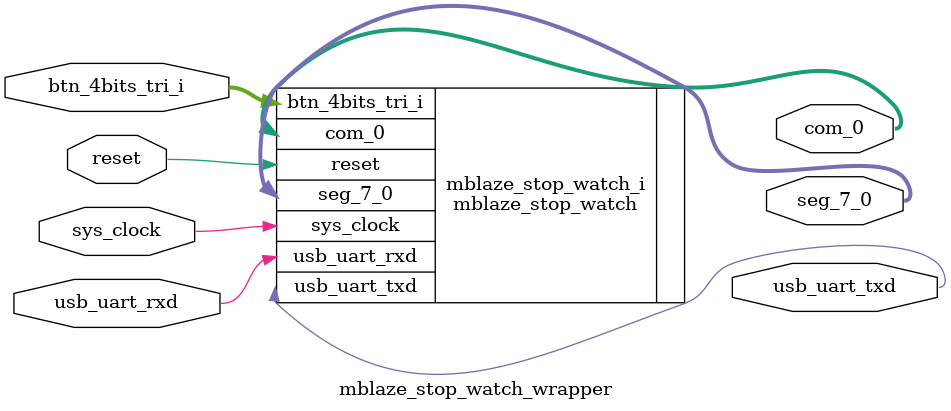
<source format=v>
`timescale 1 ps / 1 ps

module mblaze_stop_watch_wrapper
   (btn_4bits_tri_i,
    com_0,
    reset,
    seg_7_0,
    sys_clock,
    usb_uart_rxd,
    usb_uart_txd);
  input [3:0]btn_4bits_tri_i;
  output [3:0]com_0;
  input reset;
  output [7:0]seg_7_0;
  input sys_clock;
  input usb_uart_rxd;
  output usb_uart_txd;

  wire [3:0]btn_4bits_tri_i;
  wire [3:0]com_0;
  wire reset;
  wire [7:0]seg_7_0;
  wire sys_clock;
  wire usb_uart_rxd;
  wire usb_uart_txd;

  mblaze_stop_watch mblaze_stop_watch_i
       (.btn_4bits_tri_i(btn_4bits_tri_i),
        .com_0(com_0),
        .reset(reset),
        .seg_7_0(seg_7_0),
        .sys_clock(sys_clock),
        .usb_uart_rxd(usb_uart_rxd),
        .usb_uart_txd(usb_uart_txd));
endmodule

</source>
